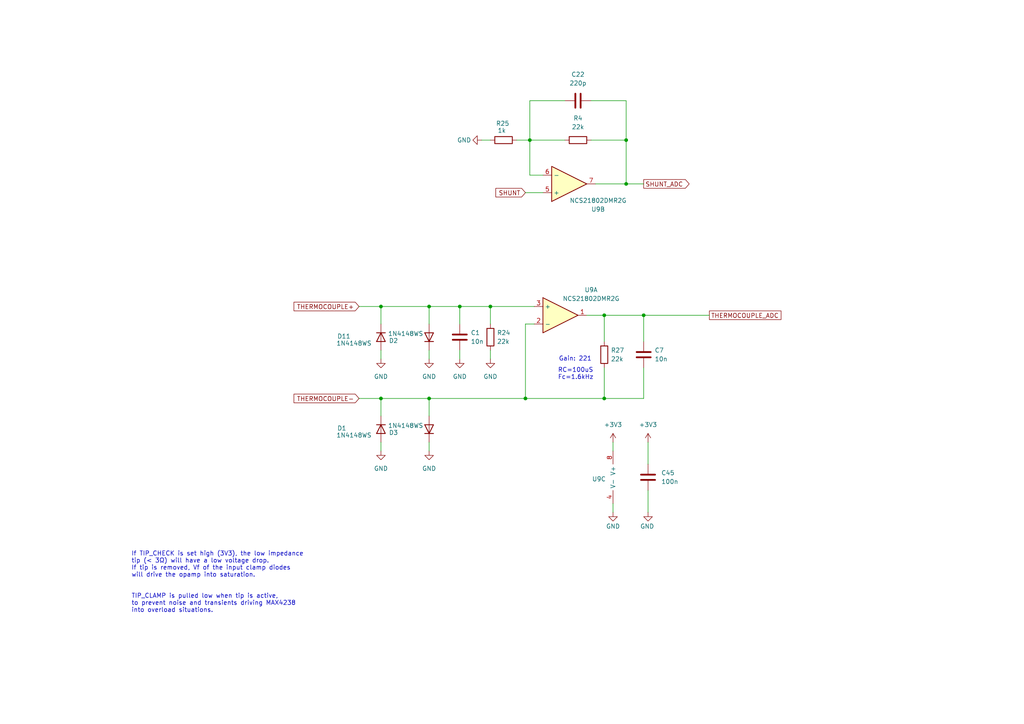
<source format=kicad_sch>
(kicad_sch (version 20250114) (generator "eeschema") (generator_version "9.0")
  (paper "A4")
  (title_block (title "OpenSolder Station Schematic") (date "2023-01-23") (rev "1.1") (comment 1 "Licence: GPL-3.0") (comment 2 "Designer: Håvard Jakobsen") (comment 4 "OpenSolder - JBC T245 compatible soldering station"))
  (lib_symbols
    (symbol "Device:C" (pin_numbers (hide yes)) (pin_names (offset 0.254))
      (property "Reference" "C" (at 0.635 2.54 0))
      (property "Value" "C" (at 0.635 -2.54 0))
      (symbol "C_0_1"
        (polyline (pts (xy -2.032 0.762) (xy 2.032 0.762)) (stroke (width 0.508)))
        (polyline (pts (xy -2.032 -0.762) (xy 2.032 -0.762)) (stroke (width 0.508)))
      )
      (symbol "C_1_1"
        (pin passive line (at 0 3.81 270) (length 2.794) (name "~") (number "1"))
        (pin passive line (at 0 -3.81 90) (length 2.794) (name "~") (number "2"))
      )
    )
    (symbol "Device:R" (pin_numbers (hide yes)) (pin_names (offset 0))
      (property "Reference" "R" (at 2.032 0 90))
      (property "Value" "R" (at 0 0 90))
      (symbol "R_0_1"
        (rectangle (start -1.016 -2.54) (end 1.016 2.54) (stroke (width 0.254)))
      )
      (symbol "R_1_1"
        (pin passive line (at 0 3.81 270) (length 1.27) (name "~") (number "1"))
        (pin passive line (at 0 -3.81 90) (length 1.27) (name "~") (number "2"))
      )
    )
    (symbol "Diode:1N4148WS" (pin_numbers (hide yes)) (pin_names (hide yes))
      (property "Reference" "D" (at 0 2.54 0))
      (property "Value" "1N4148WS" (at 0 -2.54 0))
      (symbol "1N4148WS_0_1"
        (polyline (pts (xy -1.27 1.27) (xy -1.27 -1.27)) (stroke (width 0.254)))
        (polyline (pts (xy 1.27 1.27) (xy 1.27 -1.27) (xy -1.27 0) (xy 1.27 1.27)) (stroke (width 0.254)))
        (polyline (pts (xy 1.27 0) (xy -1.27 0)))
      )
      (symbol "1N4148WS_1_1"
        (pin passive line (at -3.81 0 0) (length 2.54) (name "K") (number "1"))
        (pin passive line (at 3.81 0 180) (length 2.54) (name "A") (number "2"))
      )
    )
    (symbol "power:+3V3" (power) (pin_names (offset 0))
      (property "Value" "+3V3" (at 0 3.556 0))
      (symbol "+3V3_0_1"
        (polyline (pts (xy -0.762 1.27) (xy 0 2.54)))
        (polyline (pts (xy 0 2.54) (xy 0.762 1.27)))
        (polyline (pts (xy 0 0) (xy 0 2.54)))
      )
      (symbol "+3V3_1_1"
        (pin power_in line (at 0 0 90) (length 0) (hide yes) (name "+3V3") (number "1"))
      )
    )
    (symbol "power:GND" (power) (pin_names (offset 0))
      (property "Value" "GND" (at 0 -3.81 0))
      (symbol "GND_0_1"
        (polyline (pts (xy 0 0) (xy 0 -1.27) (xy 1.27 -1.27) (xy 0 -2.54) (xy -1.27 -1.27) (xy 0 -1.27)))
      )
      (symbol "GND_1_1"
        (pin power_in line (at 0 0 270) (length 0) (hide yes) (name "GND") (number "1"))
      )
    )
    (symbol "voltmeter_lib:NCS21802DMR2G"
      (property "Reference" "U" (at 0 5.08 0))
      (property "Value" "NCS21802DMR2G" (at 0 -5.08 0))
      (symbol "NCS21802DMR2G_1_1"
        (polyline (pts (xy -5.08 5.08) (xy 5.08 0) (xy -5.08 -5.08) (xy -5.08 5.08)) (stroke (width 0.254)) (fill (type background)))
        (pin input line (at -7.62 2.54 0) (length 2.54) (name "+") (number "3"))
        (pin input line (at -7.62 -2.54 0) (length 2.54) (name "-") (number "2"))
        (pin output line (at 7.62 0 180) (length 2.54) (name "~") (number "1"))
      )
      (symbol "NCS21802DMR2G_2_1"
        (polyline (pts (xy -5.08 5.08) (xy 5.08 0) (xy -5.08 -5.08) (xy -5.08 5.08)) (stroke (width 0.254)) (fill (type background)))
        (pin input line (at -7.62 2.54 0) (length 2.54) (name "+") (number "5"))
        (pin input line (at -7.62 -2.54 0) (length 2.54) (name "-") (number "6"))
        (pin output line (at 7.62 0 180) (length 2.54) (name "~") (number "7"))
      )
      (symbol "NCS21802DMR2G_3_1"
        (pin power_in line (at -2.54 7.62 270) (length 3.81) (name "V+") (number "8"))
        (pin power_in line (at -2.54 -7.62 90) (length 3.81) (name "V-") (number "4"))
      )
    )
  )
  (text "Gain: 221" (at 162.052 104.902 0) (effects (font (size 1.27 1.27)) (justify left bottom)))
  (text "RC=100uS\nFc=1.6kHz" (at 161.798 110.236 0) (effects (font (size 1.27 1.27)) (justify left bottom)))
  (text "If TIP_CHECK is set high (3V3), the low impedance\ntip (< 3Ω) will have a low voltage drop.\nIf tip is removed, Vf of the input clamp diodes\nwill drive the opamp into saturation.\n\n\nTIP_CLAMP is pulled low when tip is active,\nto prevent noise and transients driving MAX4238\ninto overload situations." (at 38.1 177.8 0) (effects (font (size 1.27 1.27)) (justify left bottom)))
  (junction (at 175.26 91.44) (diameter 0.9144))
  (junction (at 133.35 88.9))
  (junction (at 186.69 91.44))
  (junction (at 142.24 88.9))
  (junction (at 181.61 53.34))
  (junction (at 181.61 40.64))
  (junction (at 153.67 40.64))
  (junction (at 110.49 88.9))
  (junction (at 175.26 115.57))
  (junction (at 124.46 115.57))
  (junction (at 152.4 115.57))
  (junction (at 124.46 88.9))
  (junction (at 110.49 115.57))
  (wire (pts (xy 153.67 40.64) (xy 163.83 40.64)))
  (wire (pts (xy 142.24 88.9) (xy 142.24 93.98)))
  (wire (pts (xy 152.4 115.57) (xy 175.26 115.57)))
  (wire (pts (xy 124.46 88.9) (xy 133.35 88.9)))
  (wire (pts (xy 181.61 53.34) (xy 186.69 53.34)))
  (wire (pts (xy 171.45 40.64) (xy 181.61 40.64)))
  (wire (pts (xy 187.96 128.27) (xy 187.96 134.62)))
  (wire (pts (xy 110.49 101.6) (xy 110.49 104.14)))
  (wire (pts (xy 104.14 115.57) (xy 110.49 115.57)))
  (wire (pts (xy 187.96 142.24) (xy 187.96 148.59)))
  (wire (pts (xy 177.8 146.05) (xy 177.8 148.59)))
  (wire (pts (xy 186.69 115.57) (xy 175.26 115.57)))
  (wire (pts (xy 153.67 40.64) (xy 153.67 50.8)))
  (wire (pts (xy 181.61 53.34) (xy 181.61 40.64)))
  (wire (pts (xy 152.4 55.88) (xy 157.48 55.88)))
  (wire (pts (xy 133.35 88.9) (xy 142.24 88.9)))
  (wire (pts (xy 110.49 115.57) (xy 124.46 115.57)))
  (wire (pts (xy 186.69 91.44) (xy 186.69 99.06)))
  (wire (pts (xy 181.61 40.64) (xy 181.61 29.21)))
  (wire (pts (xy 170.18 91.44) (xy 175.26 91.44)))
  (wire (pts (xy 153.67 29.21) (xy 153.67 40.64)))
  (wire (pts (xy 133.35 88.9) (xy 133.35 93.98)))
  (wire (pts (xy 142.24 101.6) (xy 142.24 104.14)))
  (wire (pts (xy 124.46 101.6) (xy 124.46 104.14)))
  (wire (pts (xy 149.86 40.64) (xy 153.67 40.64)))
  (wire (pts (xy 124.46 128.27) (xy 124.46 130.81)))
  (wire (pts (xy 104.14 88.9) (xy 110.49 88.9)))
  (wire (pts (xy 110.49 88.9) (xy 124.46 88.9)))
  (wire (pts (xy 142.24 40.64) (xy 139.7 40.64)))
  (wire (pts (xy 124.46 115.57) (xy 124.46 120.65)))
  (wire (pts (xy 186.69 106.68) (xy 186.69 115.57)))
  (wire (pts (xy 152.4 93.98) (xy 152.4 115.57)))
  (wire (pts (xy 177.8 128.27) (xy 177.8 130.81)))
  (wire (pts (xy 124.46 88.9) (xy 124.46 93.98)))
  (wire (pts (xy 172.72 53.34) (xy 181.61 53.34)))
  (wire (pts (xy 133.35 101.6) (xy 133.35 104.14)))
  (wire (pts (xy 175.26 91.44) (xy 175.26 99.06)))
  (wire (pts (xy 205.74 91.44) (xy 186.69 91.44)))
  (wire (pts (xy 142.24 88.9) (xy 154.94 88.9)))
  (wire (pts (xy 110.49 88.9) (xy 110.49 93.98)))
  (wire (pts (xy 181.61 29.21) (xy 171.45 29.21)))
  (wire (pts (xy 124.46 115.57) (xy 152.4 115.57)))
  (wire (pts (xy 110.49 115.57) (xy 110.49 120.65)))
  (wire (pts (xy 163.83 29.21) (xy 153.67 29.21)))
  (wire (pts (xy 175.26 106.68) (xy 175.26 115.57)))
  (wire (pts (xy 186.69 91.44) (xy 175.26 91.44)))
  (wire (pts (xy 154.94 93.98) (xy 152.4 93.98)))
  (wire (pts (xy 153.67 50.8) (xy 157.48 50.8)))
  (wire (pts (xy 110.49 128.27) (xy 110.49 130.81)))
  (global_label "THERMOCOUPLE+" (shape input) (at 104.14 88.9 180) (property "Intersheetrefs" "${INTERSHEET_REFS}" (effects (hide yes))))
  (global_label "SHUNT" (shape input) (at 152.4 55.88 180) (property "Intersheetrefs" "${INTERSHEET_REFS}" (effects (hide yes))))
  (global_label "THERMOCOUPLE_ADC" (shape passive) (at 205.74 91.44 0) (property "Intersheetrefs" "${INTERSHEET_REFS}" (effects (hide yes))))
  (global_label "SHUNT_ADC" (shape output) (at 186.69 53.34 0) (property "Intersheetrefs" "${INTERSHEET_REFS}" (effects (hide yes))))
  (global_label "THERMOCOUPLE-" (shape input) (at 104.14 115.57 180) (property "Intersheetrefs" "${INTERSHEET_REFS}" (effects (hide yes))))
  (symbol (lib_id "Device:C") (at 133.35 97.79 180) (unit 1)
    (property "Reference" "C1" (at 136.525 96.52 0) (effects (justify right)))
    (property "Value" "10n" (at 136.525 99.06 0) (effects (justify right)))
    (property "Footprint" "Capacitor_SMD:C_0603_1608Metric_Pad1.08x0.95mm_HandSolder" (effects (hide yes)))
    (property "LCSC" "C57112" (effects (hide yes)))
  )
  (symbol (lib_id "Device:R") (at 142.24 97.79 0) (unit 1)
    (property "Reference" "R24" (at 144.145 96.52 0) (effects (justify left)))
    (property "Value" "22k" (at 144.145 99.06 0) (effects (justify left)))
    (property "Footprint" "Resistor_SMD:R_0603_1608Metric_Pad0.98x0.95mm_HandSolder" (effects (hide yes)))
    (property "LCSC" "C31850" (effects (hide yes)))
  )
  (symbol (lib_id "power:GND") (at 187.96 148.59 0) (unit 1)
    (property "Reference" "#PWR016" (effects (hide yes)))
    (property "Value" "GND" (at 187.706 152.654 0))
  )
  (symbol (lib_id "Device:C") (at 186.69 102.87 180) (unit 1)
    (property "Reference" "C7" (at 189.865 101.6 0) (effects (justify right)))
    (property "Value" "10n" (at 189.865 104.14 0) (effects (justify right)))
    (property "Footprint" "Capacitor_SMD:C_0603_1608Metric_Pad1.08x0.95mm_HandSolder" (effects (hide yes)))
    (property "LCSC" "C57112" (effects (hide yes)))
  )
  (symbol (lib_id "power:GND") (at 177.8 148.59 0) (unit 1)
    (property "Reference" "#PWR011" (effects (hide yes)))
    (property "Value" "GND" (at 177.8 152.654 0))
  )
  (symbol (lib_id "Device:R") (at 175.26 102.87 0) (unit 1)
    (property "Reference" "R27" (at 177.165 101.6 0) (effects (justify left)))
    (property "Value" "22k" (at 177.165 104.14 0) (effects (justify left)))
    (property "Footprint" "Resistor_SMD:R_0603_1608Metric_Pad0.98x0.95mm_HandSolder" (effects (hide yes)))
    (property "LCSC" "C31850" (effects (hide yes)))
  )
  (symbol (lib_id "Device:C") (at 187.96 138.43 180) (unit 1)
    (property "Reference" "C45" (at 191.77 137.1599 0) (effects (justify right)))
    (property "Value" "100n" (at 191.77 139.6999 0) (effects (justify right)))
    (property "Footprint" "Capacitor_SMD:C_0603_1608Metric_Pad1.08x0.95mm_HandSolder" (effects (hide yes)))
    (property "LCSC" "C14663" (effects (hide yes)))
  )
  (symbol (lib_id "Device:C") (at 167.64 29.21 90) (unit 1)
    (property "Reference" "C22" (at 167.64 21.59 90))
    (property "Value" "220p" (at 167.64 24.13 90))
    (property "Footprint" "Capacitor_SMD:C_0603_1608Metric_Pad1.08x0.95mm_HandSolder" (effects (hide yes)))
    (property "LCSC" "C1603" (effects (hide yes)))
  )
  (symbol (lib_id "power:GND") (at 142.24 104.14 0) (unit 1)
    (property "Reference" "#PWR013" (effects (hide yes)))
    (property "Value" "GND" (at 142.24 109.22 0))
  )
  (symbol (lib_id "power:GND") (at 133.35 104.14 0) (unit 1)
    (property "Reference" "#PWR034" (effects (hide yes)))
    (property "Value" "GND" (at 133.35 109.22 0))
  )
  (symbol (lib_id "power:+3V3") (at 177.8 128.27 0) (unit 1)
    (property "Reference" "#PWR010" (effects (hide yes)))
    (property "Value" "+3V3" (at 177.8 123.19 0))
  )
  (symbol (lib_id "Diode:1N4148WS") (at 124.46 124.46 90) (unit 1)
    (property "Reference" "D3" (at 112.776 125.476 90) (effects (justify right)))
    (property "Value" "1N4148WS" (at 112.522 123.444 90) (effects (justify right)))
    (property "Footprint" "Diode_SMD:D_SOD-323" (effects (hide yes)))
    (property "Datasheet" "https://www.vishay.com/docs/85751/1n4148ws.pdf" (effects (hide yes)))
    (property "Sim.Device" "D" (effects (hide yes)))
    (property "Sim.Pins" "1=K 2=A" (effects (hide yes)))
    (property "Sim.Library" "/home/ostoja/spice_models/diode/1N4148.lib" (effects (hide yes)))
    (property "Sim.Name" "1N4148" (effects (hide yes)))
    (property "LCSC" "C2128" (effects (hide yes)))
  )
  (symbol (lib_id "voltmeter_lib:NCS21802DMR2G") (at 165.1 53.34 0) (mirror x) (unit 2)
    (property "Reference" "U9" (at 173.482 60.706 0))
    (property "Value" "NCS21802DMR2G" (at 173.482 58.166 0))
    (property "Footprint" "Package_SO:OnSemi_Micro8" (effects (hide yes)))
    (property "Datasheet" "https://eu.mouser.com/datasheet/2/308/1/NCS21801_D-2317591.pdf" (effects (hide yes)))
    (property "Description" "Dual operational amplifier" (effects (hide yes)))
    (property "Sim.Library" "${KICAD7_SYMBOL_DIR}/Simulation_SPICE.sp" (effects (hide yes)))
    (property "Sim.Name" "kicad_builtin_opamp_dual" (effects (hide yes)))
    (property "Sim.Device" "SUBCKT" (effects (hide yes)))
    (property "Sim.Pins" "1=out1 2=in1- 3=in1+ 4=vee 5=in2+ 6=in2- 7=out2 8=vcc" (effects (hide yes)))
  )
  (symbol (lib_id "Device:R") (at 146.05 40.64 270) (unit 1)
    (property "Reference" "R25" (at 145.796 35.814 90))
    (property "Value" "1k" (at 145.542 37.846 90))
    (property "Footprint" "Resistor_SMD:R_0603_1608Metric_Pad0.98x0.95mm_HandSolder" (effects (hide yes)))
    (property "LCSC" "C21190" (effects (hide yes)))
  )
  (symbol (lib_id "Diode:1N4148WS") (at 110.49 97.79 90) (mirror x) (unit 1)
    (property "Reference" "D11" (at 97.79 97.536 90) (effects (justify right)))
    (property "Value" "1N4148WS" (at 97.536 99.568 90) (effects (justify right)))
    (property "Footprint" "Diode_SMD:D_SOD-323" (effects (hide yes)))
    (property "Datasheet" "https://www.vishay.com/docs/85751/1n4148ws.pdf" (effects (hide yes)))
    (property "Sim.Device" "D" (effects (hide yes)))
    (property "Sim.Pins" "1=K 2=A" (effects (hide yes)))
    (property "Sim.Library" "/home/ostoja/spice_models/diode/1N4148.lib" (effects (hide yes)))
    (property "Sim.Name" "1N4148" (effects (hide yes)))
    (property "LCSC" "C2128" (effects (hide yes)))
  )
  (symbol (lib_id "power:GND") (at 139.7 40.64 270) (unit 1)
    (property "Reference" "#PWR09" (effects (hide yes)))
    (property "Value" "GND" (at 134.62 40.64 90))
  )
  (symbol (lib_id "power:+3V3") (at 187.96 128.27 0) (unit 1)
    (property "Reference" "#PWR012" (effects (hide yes)))
    (property "Value" "+3V3" (at 187.96 123.19 0))
  )
  (symbol (lib_id "voltmeter_lib:NCS21802DMR2G") (at 162.56 91.44 0) (unit 1)
    (property "Reference" "U9" (at 171.45 84.074 0))
    (property "Value" "NCS21802DMR2G" (at 171.45 86.614 0))
    (property "Footprint" "Package_SO:OnSemi_Micro8" (effects (hide yes)))
    (property "Datasheet" "https://eu.mouser.com/datasheet/2/308/1/NCS21801_D-2317591.pdf" (effects (hide yes)))
    (property "Description" "Dual operational amplifier" (effects (hide yes)))
    (property "Sim.Library" "${KICAD7_SYMBOL_DIR}/Simulation_SPICE.sp" (effects (hide yes)))
    (property "Sim.Name" "kicad_builtin_opamp_dual" (effects (hide yes)))
    (property "Sim.Device" "SUBCKT" (effects (hide yes)))
    (property "Sim.Pins" "1=out1 2=in1- 3=in1+ 4=vee 5=in2+ 6=in2- 7=out2 8=vcc" (effects (hide yes)))
  )
  (symbol (lib_id "power:GND") (at 124.46 104.14 0) (unit 1)
    (property "Reference" "#PWR035" (effects (hide yes)))
    (property "Value" "GND" (at 124.46 109.22 0))
  )
  (symbol (lib_id "power:GND") (at 110.49 130.81 0) (unit 1)
    (property "Reference" "#PWR037" (effects (hide yes)))
    (property "Value" "GND" (at 110.49 135.89 0))
  )
  (symbol (lib_id "Device:R") (at 167.64 40.64 90) (unit 1)
    (property "Reference" "R4" (at 167.64 34.29 90))
    (property "Value" "22k" (at 167.64 36.83 90))
    (property "Footprint" "Resistor_SMD:R_0603_1608Metric_Pad0.98x0.95mm_HandSolder" (effects (hide yes)))
    (property "LCSC" "C31850" (effects (hide yes)))
  )
  (symbol (lib_id "voltmeter_lib:NCS21802DMR2G") (at 180.34 138.43 0) (unit 3)
    (property "Reference" "U9" (at 171.704 138.938 0) (effects (justify left)))
    (property "Value" "NCS21802DMR2G" (effects (hide yes)))
    (property "Footprint" "Package_SO:OnSemi_Micro8" (effects (hide yes)))
    (property "Datasheet" "https://eu.mouser.com/datasheet/2/308/1/NCS21801_D-2317591.pdf" (effects (hide yes)))
    (property "Description" "Dual operational amplifier" (effects (hide yes)))
    (property "Sim.Library" "${KICAD7_SYMBOL_DIR}/Simulation_SPICE.sp" (effects (hide yes)))
    (property "Sim.Name" "kicad_builtin_opamp_dual" (effects (hide yes)))
    (property "Sim.Device" "SUBCKT" (effects (hide yes)))
    (property "Sim.Pins" "1=out1 2=in1- 3=in1+ 4=vee 5=in2+ 6=in2- 7=out2 8=vcc" (effects (hide yes)))
  )
  (symbol (lib_id "power:GND") (at 124.46 130.81 0) (unit 1)
    (property "Reference" "#PWR038" (effects (hide yes)))
    (property "Value" "GND" (at 124.46 135.89 0))
  )
  (symbol (lib_id "Diode:1N4148WS") (at 124.46 97.79 90) (unit 1)
    (property "Reference" "D2" (at 112.776 98.806 90) (effects (justify right)))
    (property "Value" "1N4148WS" (at 112.522 96.774 90) (effects (justify right)))
    (property "Footprint" "Diode_SMD:D_SOD-323" (effects (hide yes)))
    (property "Datasheet" "https://www.vishay.com/docs/85751/1n4148ws.pdf" (effects (hide yes)))
    (property "Sim.Device" "D" (effects (hide yes)))
    (property "Sim.Pins" "1=K 2=A" (effects (hide yes)))
    (property "Sim.Library" "/home/ostoja/spice_models/diode/1N4148.lib" (effects (hide yes)))
    (property "Sim.Name" "1N4148" (effects (hide yes)))
    (property "LCSC" "C2128" (effects (hide yes)))
  )
  (symbol (lib_id "power:GND") (at 110.49 104.14 0) (unit 1)
    (property "Reference" "#PWR036" (effects (hide yes)))
    (property "Value" "GND" (at 110.49 109.22 0))
  )
  (symbol (lib_id "Diode:1N4148WS") (at 110.49 124.46 90) (mirror x) (unit 1)
    (property "Reference" "D1" (at 97.79 124.206 90) (effects (justify right)))
    (property "Value" "1N4148WS" (at 97.536 126.238 90) (effects (justify right)))
    (property "Footprint" "Diode_SMD:D_SOD-323" (effects (hide yes)))
    (property "Datasheet" "https://www.vishay.com/docs/85751/1n4148ws.pdf" (effects (hide yes)))
    (property "Sim.Device" "D" (effects (hide yes)))
    (property "Sim.Pins" "1=K 2=A" (effects (hide yes)))
    (property "Sim.Library" "/home/ostoja/spice_models/diode/1N4148.lib" (effects (hide yes)))
    (property "Sim.Name" "1N4148" (effects (hide yes)))
    (property "LCSC" "C2128" (effects (hide yes)))
  )
)
</source>
